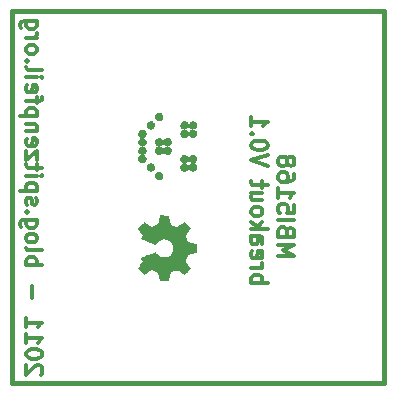
<source format=gbo>
G04 (created by PCBNEW-RS274X (2011-07-08)-stable) date Wed 05 Oct 2011 11:32:09 AM CEST*
G01*
G70*
G90*
%MOIN*%
G04 Gerber Fmt 3.4, Leading zero omitted, Abs format*
%FSLAX34Y34*%
G04 APERTURE LIST*
%ADD10C,0.006000*%
%ADD11C,0.012000*%
%ADD12C,0.015000*%
%ADD13C,0.000100*%
%ADD14C,0.060000*%
%ADD15R,0.055000X0.055000*%
%ADD16C,0.055000*%
G04 APERTURE END LIST*
G54D10*
G54D11*
X50577Y-25547D02*
X51127Y-25547D01*
X50735Y-25364D01*
X51127Y-25180D01*
X50577Y-25180D01*
X50865Y-24735D02*
X50839Y-24656D01*
X50813Y-24630D01*
X50761Y-24604D01*
X50682Y-24604D01*
X50630Y-24630D01*
X50604Y-24656D01*
X50577Y-24709D01*
X50577Y-24918D01*
X51127Y-24918D01*
X51127Y-24735D01*
X51101Y-24682D01*
X51075Y-24656D01*
X51023Y-24630D01*
X50970Y-24630D01*
X50918Y-24656D01*
X50892Y-24682D01*
X50865Y-24735D01*
X50865Y-24918D01*
X50577Y-24368D02*
X51127Y-24368D01*
X51127Y-23844D02*
X51127Y-24106D01*
X50865Y-24132D01*
X50892Y-24106D01*
X50918Y-24054D01*
X50918Y-23923D01*
X50892Y-23870D01*
X50865Y-23844D01*
X50813Y-23818D01*
X50682Y-23818D01*
X50630Y-23844D01*
X50604Y-23870D01*
X50577Y-23923D01*
X50577Y-24054D01*
X50604Y-24106D01*
X50630Y-24132D01*
X50577Y-23294D02*
X50577Y-23608D01*
X50577Y-23451D02*
X51127Y-23451D01*
X51049Y-23503D01*
X50996Y-23556D01*
X50970Y-23608D01*
X51127Y-22822D02*
X51127Y-22927D01*
X51101Y-22979D01*
X51075Y-23006D01*
X50996Y-23058D01*
X50892Y-23084D01*
X50682Y-23084D01*
X50630Y-23058D01*
X50604Y-23032D01*
X50577Y-22979D01*
X50577Y-22875D01*
X50604Y-22822D01*
X50630Y-22796D01*
X50682Y-22770D01*
X50813Y-22770D01*
X50865Y-22796D01*
X50892Y-22822D01*
X50918Y-22875D01*
X50918Y-22979D01*
X50892Y-23032D01*
X50865Y-23058D01*
X50813Y-23084D01*
X50892Y-22455D02*
X50918Y-22508D01*
X50944Y-22534D01*
X50996Y-22560D01*
X51023Y-22560D01*
X51075Y-22534D01*
X51101Y-22508D01*
X51127Y-22455D01*
X51127Y-22351D01*
X51101Y-22298D01*
X51075Y-22272D01*
X51023Y-22246D01*
X50996Y-22246D01*
X50944Y-22272D01*
X50918Y-22298D01*
X50892Y-22351D01*
X50892Y-22455D01*
X50865Y-22508D01*
X50839Y-22534D01*
X50787Y-22560D01*
X50682Y-22560D01*
X50630Y-22534D01*
X50604Y-22508D01*
X50577Y-22455D01*
X50577Y-22351D01*
X50604Y-22298D01*
X50630Y-22272D01*
X50682Y-22246D01*
X50787Y-22246D01*
X50839Y-22272D01*
X50865Y-22298D01*
X50892Y-22351D01*
X49687Y-26450D02*
X50237Y-26450D01*
X50028Y-26450D02*
X50054Y-26398D01*
X50054Y-26293D01*
X50028Y-26241D01*
X50002Y-26214D01*
X49949Y-26188D01*
X49792Y-26188D01*
X49740Y-26214D01*
X49714Y-26241D01*
X49687Y-26293D01*
X49687Y-26398D01*
X49714Y-26450D01*
X49687Y-25952D02*
X50054Y-25952D01*
X49949Y-25952D02*
X50002Y-25926D01*
X50028Y-25900D01*
X50054Y-25847D01*
X50054Y-25795D01*
X49714Y-25403D02*
X49687Y-25455D01*
X49687Y-25560D01*
X49714Y-25612D01*
X49766Y-25638D01*
X49975Y-25638D01*
X50028Y-25612D01*
X50054Y-25560D01*
X50054Y-25455D01*
X50028Y-25403D01*
X49975Y-25376D01*
X49923Y-25376D01*
X49871Y-25638D01*
X49687Y-24905D02*
X49975Y-24905D01*
X50028Y-24932D01*
X50054Y-24984D01*
X50054Y-25089D01*
X50028Y-25141D01*
X49714Y-24905D02*
X49687Y-24958D01*
X49687Y-25089D01*
X49714Y-25141D01*
X49766Y-25167D01*
X49818Y-25167D01*
X49871Y-25141D01*
X49897Y-25089D01*
X49897Y-24958D01*
X49923Y-24905D01*
X49687Y-24643D02*
X50237Y-24643D01*
X49897Y-24591D02*
X49687Y-24434D01*
X50054Y-24434D02*
X49845Y-24643D01*
X49687Y-24119D02*
X49714Y-24172D01*
X49740Y-24198D01*
X49792Y-24224D01*
X49949Y-24224D01*
X50002Y-24198D01*
X50028Y-24172D01*
X50054Y-24119D01*
X50054Y-24041D01*
X50028Y-23989D01*
X50002Y-23962D01*
X49949Y-23936D01*
X49792Y-23936D01*
X49740Y-23962D01*
X49714Y-23989D01*
X49687Y-24041D01*
X49687Y-24119D01*
X50054Y-23464D02*
X49687Y-23464D01*
X50054Y-23700D02*
X49766Y-23700D01*
X49714Y-23674D01*
X49687Y-23621D01*
X49687Y-23543D01*
X49714Y-23491D01*
X49740Y-23464D01*
X50054Y-23281D02*
X50054Y-23071D01*
X50237Y-23202D02*
X49766Y-23202D01*
X49714Y-23176D01*
X49687Y-23123D01*
X49687Y-23071D01*
X50237Y-22548D02*
X49687Y-22364D01*
X50237Y-22181D01*
X50237Y-21893D02*
X50237Y-21841D01*
X50211Y-21789D01*
X50185Y-21762D01*
X50133Y-21736D01*
X50028Y-21710D01*
X49897Y-21710D01*
X49792Y-21736D01*
X49740Y-21762D01*
X49714Y-21789D01*
X49687Y-21841D01*
X49687Y-21893D01*
X49714Y-21946D01*
X49740Y-21972D01*
X49792Y-21998D01*
X49897Y-22024D01*
X50028Y-22024D01*
X50133Y-21998D01*
X50185Y-21972D01*
X50211Y-21946D01*
X50237Y-21893D01*
X49740Y-21474D02*
X49714Y-21448D01*
X49687Y-21474D01*
X49714Y-21500D01*
X49740Y-21474D01*
X49687Y-21474D01*
X49687Y-20924D02*
X49687Y-21238D01*
X49687Y-21081D02*
X50237Y-21081D01*
X50159Y-21133D01*
X50106Y-21186D01*
X50080Y-21238D01*
X42675Y-29506D02*
X42701Y-29480D01*
X42727Y-29428D01*
X42727Y-29297D01*
X42701Y-29244D01*
X42675Y-29218D01*
X42623Y-29192D01*
X42570Y-29192D01*
X42492Y-29218D01*
X42177Y-29532D01*
X42177Y-29192D01*
X42727Y-28851D02*
X42727Y-28799D01*
X42701Y-28747D01*
X42675Y-28720D01*
X42623Y-28694D01*
X42518Y-28668D01*
X42387Y-28668D01*
X42282Y-28694D01*
X42230Y-28720D01*
X42204Y-28747D01*
X42177Y-28799D01*
X42177Y-28851D01*
X42204Y-28904D01*
X42230Y-28930D01*
X42282Y-28956D01*
X42387Y-28982D01*
X42518Y-28982D01*
X42623Y-28956D01*
X42675Y-28930D01*
X42701Y-28904D01*
X42727Y-28851D01*
X42177Y-28144D02*
X42177Y-28458D01*
X42177Y-28301D02*
X42727Y-28301D01*
X42649Y-28353D01*
X42596Y-28406D01*
X42570Y-28458D01*
X42177Y-27620D02*
X42177Y-27934D01*
X42177Y-27777D02*
X42727Y-27777D01*
X42649Y-27829D01*
X42596Y-27882D01*
X42570Y-27934D01*
X42387Y-26965D02*
X42387Y-26546D01*
X42177Y-25865D02*
X42727Y-25865D01*
X42518Y-25865D02*
X42544Y-25813D01*
X42544Y-25708D01*
X42518Y-25656D01*
X42492Y-25629D01*
X42439Y-25603D01*
X42282Y-25603D01*
X42230Y-25629D01*
X42204Y-25656D01*
X42177Y-25708D01*
X42177Y-25813D01*
X42204Y-25865D01*
X42177Y-25288D02*
X42204Y-25341D01*
X42256Y-25367D01*
X42727Y-25367D01*
X42177Y-25000D02*
X42204Y-25053D01*
X42230Y-25079D01*
X42282Y-25105D01*
X42439Y-25105D01*
X42492Y-25079D01*
X42518Y-25053D01*
X42544Y-25000D01*
X42544Y-24922D01*
X42518Y-24870D01*
X42492Y-24843D01*
X42439Y-24817D01*
X42282Y-24817D01*
X42230Y-24843D01*
X42204Y-24870D01*
X42177Y-24922D01*
X42177Y-25000D01*
X42544Y-24345D02*
X42099Y-24345D01*
X42046Y-24372D01*
X42020Y-24398D01*
X41994Y-24450D01*
X41994Y-24529D01*
X42020Y-24581D01*
X42204Y-24345D02*
X42177Y-24398D01*
X42177Y-24502D01*
X42204Y-24555D01*
X42230Y-24581D01*
X42282Y-24607D01*
X42439Y-24607D01*
X42492Y-24581D01*
X42518Y-24555D01*
X42544Y-24502D01*
X42544Y-24398D01*
X42518Y-24345D01*
X42230Y-24083D02*
X42204Y-24057D01*
X42177Y-24083D01*
X42204Y-24109D01*
X42230Y-24083D01*
X42177Y-24083D01*
X42204Y-23847D02*
X42177Y-23795D01*
X42177Y-23690D01*
X42204Y-23638D01*
X42256Y-23612D01*
X42282Y-23612D01*
X42335Y-23638D01*
X42361Y-23690D01*
X42361Y-23769D01*
X42387Y-23821D01*
X42439Y-23847D01*
X42465Y-23847D01*
X42518Y-23821D01*
X42544Y-23769D01*
X42544Y-23690D01*
X42518Y-23638D01*
X42544Y-23376D02*
X41994Y-23376D01*
X42518Y-23376D02*
X42544Y-23324D01*
X42544Y-23219D01*
X42518Y-23167D01*
X42492Y-23140D01*
X42439Y-23114D01*
X42282Y-23114D01*
X42230Y-23140D01*
X42204Y-23167D01*
X42177Y-23219D01*
X42177Y-23324D01*
X42204Y-23376D01*
X42177Y-22878D02*
X42544Y-22878D01*
X42727Y-22878D02*
X42701Y-22904D01*
X42675Y-22878D01*
X42701Y-22852D01*
X42727Y-22878D01*
X42675Y-22878D01*
X42544Y-22695D02*
X42544Y-22485D01*
X42727Y-22616D02*
X42256Y-22616D01*
X42204Y-22590D01*
X42177Y-22537D01*
X42177Y-22485D01*
X42544Y-22354D02*
X42544Y-22066D01*
X42177Y-22354D01*
X42177Y-22066D01*
X42204Y-21648D02*
X42177Y-21700D01*
X42177Y-21805D01*
X42204Y-21857D01*
X42256Y-21883D01*
X42465Y-21883D01*
X42518Y-21857D01*
X42544Y-21805D01*
X42544Y-21700D01*
X42518Y-21648D01*
X42465Y-21621D01*
X42413Y-21621D01*
X42361Y-21883D01*
X42544Y-21386D02*
X42177Y-21386D01*
X42492Y-21386D02*
X42518Y-21360D01*
X42544Y-21307D01*
X42544Y-21229D01*
X42518Y-21177D01*
X42465Y-21150D01*
X42177Y-21150D01*
X42544Y-20888D02*
X41994Y-20888D01*
X42518Y-20888D02*
X42544Y-20836D01*
X42544Y-20731D01*
X42518Y-20679D01*
X42492Y-20652D01*
X42439Y-20626D01*
X42282Y-20626D01*
X42230Y-20652D01*
X42204Y-20679D01*
X42177Y-20731D01*
X42177Y-20836D01*
X42204Y-20888D01*
X42544Y-20469D02*
X42544Y-20259D01*
X42177Y-20390D02*
X42649Y-20390D01*
X42701Y-20364D01*
X42727Y-20311D01*
X42727Y-20259D01*
X42204Y-19867D02*
X42177Y-19919D01*
X42177Y-20024D01*
X42204Y-20076D01*
X42256Y-20102D01*
X42465Y-20102D01*
X42518Y-20076D01*
X42544Y-20024D01*
X42544Y-19919D01*
X42518Y-19867D01*
X42465Y-19840D01*
X42413Y-19840D01*
X42361Y-20102D01*
X42177Y-19605D02*
X42544Y-19605D01*
X42727Y-19605D02*
X42701Y-19631D01*
X42675Y-19605D01*
X42701Y-19579D01*
X42727Y-19605D01*
X42675Y-19605D01*
X42177Y-19264D02*
X42204Y-19317D01*
X42256Y-19343D01*
X42727Y-19343D01*
X42230Y-19055D02*
X42204Y-19029D01*
X42177Y-19055D01*
X42204Y-19081D01*
X42230Y-19055D01*
X42177Y-19055D01*
X42177Y-18714D02*
X42204Y-18767D01*
X42230Y-18793D01*
X42282Y-18819D01*
X42439Y-18819D01*
X42492Y-18793D01*
X42518Y-18767D01*
X42544Y-18714D01*
X42544Y-18636D01*
X42518Y-18584D01*
X42492Y-18557D01*
X42439Y-18531D01*
X42282Y-18531D01*
X42230Y-18557D01*
X42204Y-18584D01*
X42177Y-18636D01*
X42177Y-18714D01*
X42177Y-18295D02*
X42544Y-18295D01*
X42439Y-18295D02*
X42492Y-18269D01*
X42518Y-18243D01*
X42544Y-18190D01*
X42544Y-18138D01*
X42544Y-17719D02*
X42099Y-17719D01*
X42046Y-17746D01*
X42020Y-17772D01*
X41994Y-17824D01*
X41994Y-17903D01*
X42020Y-17955D01*
X42204Y-17719D02*
X42177Y-17772D01*
X42177Y-17876D01*
X42204Y-17929D01*
X42230Y-17955D01*
X42282Y-17981D01*
X42439Y-17981D01*
X42492Y-17955D01*
X42518Y-17929D01*
X42544Y-17876D01*
X42544Y-17772D01*
X42518Y-17719D01*
G54D12*
X54100Y-17400D02*
X41700Y-17400D01*
X54100Y-29800D02*
X54100Y-17400D01*
X41700Y-29800D02*
X54100Y-29800D01*
X41700Y-17400D02*
X41700Y-29800D01*
G54D13*
G36*
X45916Y-24636D02*
X45922Y-24648D01*
X45938Y-24673D01*
X45962Y-24710D01*
X45991Y-24753D01*
X46021Y-24797D01*
X46045Y-24832D01*
X46061Y-24857D01*
X46066Y-24868D01*
X46064Y-24873D01*
X46054Y-24894D01*
X46039Y-24924D01*
X46030Y-24941D01*
X46018Y-24969D01*
X46016Y-24982D01*
X46019Y-24985D01*
X46040Y-24995D01*
X46076Y-25010D01*
X46124Y-25031D01*
X46179Y-25055D01*
X46239Y-25080D01*
X46300Y-25106D01*
X46359Y-25130D01*
X46411Y-25151D01*
X46454Y-25168D01*
X46483Y-25180D01*
X46496Y-25184D01*
X46499Y-25183D01*
X46512Y-25169D01*
X46530Y-25145D01*
X46572Y-25093D01*
X46636Y-25042D01*
X46709Y-25011D01*
X46789Y-25000D01*
X46864Y-25009D01*
X46936Y-25039D01*
X47000Y-25089D01*
X47048Y-25149D01*
X47079Y-25220D01*
X47088Y-25300D01*
X47080Y-25376D01*
X47051Y-25449D01*
X47002Y-25514D01*
X46970Y-25541D01*
X46905Y-25579D01*
X46835Y-25600D01*
X46817Y-25603D01*
X46740Y-25599D01*
X46667Y-25577D01*
X46601Y-25536D01*
X46547Y-25480D01*
X46541Y-25473D01*
X46522Y-25446D01*
X46508Y-25429D01*
X46497Y-25415D01*
X46261Y-25513D01*
X46224Y-25529D01*
X46159Y-25556D01*
X46104Y-25579D01*
X46060Y-25598D01*
X46030Y-25611D01*
X46018Y-25617D01*
X46018Y-25618D01*
X46016Y-25626D01*
X46023Y-25644D01*
X46039Y-25677D01*
X46050Y-25699D01*
X46062Y-25724D01*
X46066Y-25735D01*
X46061Y-25745D01*
X46046Y-25769D01*
X46022Y-25804D01*
X45993Y-25846D01*
X45966Y-25886D01*
X45942Y-25923D01*
X45925Y-25950D01*
X45918Y-25963D01*
X45918Y-25965D01*
X45924Y-25977D01*
X45942Y-25998D01*
X45972Y-26030D01*
X46017Y-26076D01*
X46024Y-26083D01*
X46062Y-26120D01*
X46094Y-26150D01*
X46116Y-26171D01*
X46127Y-26178D01*
X46127Y-26178D01*
X46140Y-26171D01*
X46166Y-26154D01*
X46204Y-26130D01*
X46248Y-26100D01*
X46361Y-26022D01*
X46468Y-26065D01*
X46501Y-26078D01*
X46541Y-26095D01*
X46569Y-26107D01*
X46582Y-26113D01*
X46586Y-26125D01*
X46593Y-26154D01*
X46602Y-26197D01*
X46611Y-26248D01*
X46620Y-26296D01*
X46628Y-26339D01*
X46634Y-26371D01*
X46637Y-26385D01*
X46639Y-26389D01*
X46646Y-26391D01*
X46661Y-26393D01*
X46687Y-26394D01*
X46729Y-26395D01*
X46789Y-26395D01*
X46796Y-26395D01*
X46854Y-26394D01*
X46899Y-26393D01*
X46929Y-26392D01*
X46941Y-26390D01*
X46941Y-26390D01*
X46944Y-26376D01*
X46951Y-26345D01*
X46959Y-26302D01*
X46969Y-26250D01*
X46970Y-26246D01*
X46980Y-26195D01*
X46989Y-26151D01*
X46996Y-26121D01*
X47000Y-26108D01*
X47004Y-26105D01*
X47024Y-26095D01*
X47056Y-26080D01*
X47095Y-26063D01*
X47136Y-26046D01*
X47172Y-26031D01*
X47200Y-26021D01*
X47212Y-26018D01*
X47212Y-26019D01*
X47225Y-26026D01*
X47252Y-26044D01*
X47289Y-26069D01*
X47333Y-26100D01*
X47336Y-26102D01*
X47380Y-26132D01*
X47417Y-26156D01*
X47444Y-26172D01*
X47456Y-26178D01*
X47456Y-26178D01*
X47469Y-26168D01*
X47494Y-26146D01*
X47528Y-26114D01*
X47566Y-26075D01*
X47578Y-26063D01*
X47620Y-26021D01*
X47647Y-25991D01*
X47662Y-25973D01*
X47665Y-25964D01*
X47665Y-25963D01*
X47657Y-25950D01*
X47639Y-25923D01*
X47613Y-25885D01*
X47583Y-25841D01*
X47581Y-25838D01*
X47551Y-25794D01*
X47526Y-25757D01*
X47509Y-25731D01*
X47502Y-25720D01*
X47502Y-25718D01*
X47508Y-25700D01*
X47519Y-25669D01*
X47533Y-25631D01*
X47550Y-25590D01*
X47565Y-25554D01*
X47578Y-25526D01*
X47585Y-25513D01*
X47586Y-25513D01*
X47601Y-25508D01*
X47634Y-25500D01*
X47679Y-25491D01*
X47733Y-25481D01*
X47742Y-25479D01*
X47794Y-25469D01*
X47837Y-25461D01*
X47867Y-25455D01*
X47879Y-25452D01*
X47881Y-25444D01*
X47883Y-25419D01*
X47884Y-25380D01*
X47884Y-25333D01*
X47884Y-25284D01*
X47883Y-25235D01*
X47881Y-25194D01*
X47879Y-25164D01*
X47877Y-25152D01*
X47876Y-25152D01*
X47860Y-25147D01*
X47827Y-25140D01*
X47782Y-25131D01*
X47728Y-25120D01*
X47718Y-25118D01*
X47666Y-25109D01*
X47624Y-25100D01*
X47594Y-25094D01*
X47583Y-25090D01*
X47580Y-25086D01*
X47571Y-25064D01*
X47556Y-25029D01*
X47539Y-24986D01*
X47498Y-24886D01*
X47583Y-24763D01*
X47590Y-24751D01*
X47620Y-24707D01*
X47645Y-24671D01*
X47661Y-24646D01*
X47667Y-24635D01*
X47666Y-24634D01*
X47656Y-24622D01*
X47633Y-24598D01*
X47600Y-24564D01*
X47562Y-24526D01*
X47533Y-24497D01*
X47499Y-24463D01*
X47476Y-24442D01*
X47461Y-24430D01*
X47452Y-24426D01*
X47446Y-24427D01*
X47433Y-24435D01*
X47406Y-24453D01*
X47369Y-24478D01*
X47325Y-24508D01*
X47289Y-24533D01*
X47248Y-24559D01*
X47218Y-24577D01*
X47204Y-24583D01*
X47198Y-24581D01*
X47174Y-24573D01*
X47137Y-24558D01*
X47094Y-24540D01*
X46997Y-24497D01*
X46984Y-24433D01*
X46977Y-24394D01*
X46967Y-24340D01*
X46957Y-24289D01*
X46941Y-24208D01*
X46645Y-24205D01*
X46639Y-24217D01*
X46636Y-24229D01*
X46629Y-24259D01*
X46621Y-24302D01*
X46611Y-24352D01*
X46603Y-24395D01*
X46595Y-24439D01*
X46589Y-24470D01*
X46586Y-24484D01*
X46582Y-24487D01*
X46561Y-24498D01*
X46527Y-24513D01*
X46487Y-24530D01*
X46446Y-24548D01*
X46407Y-24563D01*
X46378Y-24574D01*
X46363Y-24578D01*
X46352Y-24572D01*
X46326Y-24555D01*
X46290Y-24531D01*
X46247Y-24502D01*
X46204Y-24473D01*
X46167Y-24448D01*
X46141Y-24431D01*
X46129Y-24423D01*
X46120Y-24427D01*
X46100Y-24444D01*
X46066Y-24477D01*
X46018Y-24525D01*
X46011Y-24533D01*
X45974Y-24571D01*
X45944Y-24604D01*
X45924Y-24626D01*
X45916Y-24636D01*
X45916Y-24636D01*
G37*
G36*
X45917Y-22324D02*
X45921Y-22352D01*
X45930Y-22379D01*
X45936Y-22390D01*
X45952Y-22414D01*
X45973Y-22433D01*
X45997Y-22447D01*
X46022Y-22457D01*
X46050Y-22461D01*
X46077Y-22460D01*
X46105Y-22453D01*
X46131Y-22441D01*
X46143Y-22433D01*
X46156Y-22421D01*
X46168Y-22408D01*
X46177Y-22396D01*
X46179Y-22392D01*
X46190Y-22368D01*
X46196Y-22343D01*
X46197Y-22315D01*
X46197Y-22306D01*
X46195Y-22290D01*
X46191Y-22276D01*
X46185Y-22262D01*
X46176Y-22246D01*
X46158Y-22223D01*
X46136Y-22204D01*
X46110Y-22190D01*
X46098Y-22186D01*
X46084Y-22183D01*
X46073Y-22181D01*
X46072Y-22181D01*
X46071Y-22180D01*
X46077Y-22179D01*
X46078Y-22179D01*
X46096Y-22175D01*
X46115Y-22168D01*
X46131Y-22160D01*
X46152Y-22144D01*
X46171Y-22123D01*
X46186Y-22098D01*
X46195Y-22070D01*
X46198Y-22041D01*
X46198Y-22033D01*
X46195Y-22011D01*
X46189Y-21990D01*
X46187Y-21985D01*
X46174Y-21962D01*
X46157Y-21941D01*
X46136Y-21923D01*
X46112Y-21910D01*
X46087Y-21903D01*
X46086Y-21902D01*
X46079Y-21901D01*
X46076Y-21900D01*
X46076Y-21900D01*
X46080Y-21899D01*
X46087Y-21897D01*
X46090Y-21897D01*
X46114Y-21889D01*
X46138Y-21875D01*
X46159Y-21857D01*
X46173Y-21840D01*
X46187Y-21816D01*
X46195Y-21789D01*
X46198Y-21759D01*
X46196Y-21738D01*
X46189Y-21710D01*
X46177Y-21685D01*
X46159Y-21662D01*
X46136Y-21644D01*
X46133Y-21642D01*
X46123Y-21635D01*
X46114Y-21631D01*
X46107Y-21629D01*
X46095Y-21625D01*
X46083Y-21622D01*
X46073Y-21620D01*
X46072Y-21620D01*
X46072Y-21620D01*
X46078Y-21619D01*
X46093Y-21615D01*
X46112Y-21608D01*
X46129Y-21600D01*
X46152Y-21583D01*
X46171Y-21562D01*
X46186Y-21537D01*
X46195Y-21509D01*
X46198Y-21480D01*
X46196Y-21454D01*
X46188Y-21426D01*
X46175Y-21401D01*
X46155Y-21379D01*
X46143Y-21368D01*
X46127Y-21357D01*
X46110Y-21349D01*
X46095Y-21344D01*
X46067Y-21339D01*
X46039Y-21340D01*
X46013Y-21346D01*
X45989Y-21357D01*
X45967Y-21372D01*
X45948Y-21391D01*
X45933Y-21414D01*
X45923Y-21440D01*
X45918Y-21468D01*
X45918Y-21471D01*
X45919Y-21500D01*
X45925Y-21526D01*
X45938Y-21552D01*
X45944Y-21561D01*
X45960Y-21580D01*
X45980Y-21596D01*
X46001Y-21608D01*
X46009Y-21611D01*
X46021Y-21615D01*
X46033Y-21618D01*
X46043Y-21619D01*
X46048Y-21619D01*
X46043Y-21620D01*
X46039Y-21621D01*
X46026Y-21623D01*
X46012Y-21627D01*
X46000Y-21632D01*
X45987Y-21638D01*
X45964Y-21656D01*
X45945Y-21677D01*
X45930Y-21702D01*
X45920Y-21730D01*
X45919Y-21735D01*
X45918Y-21754D01*
X45918Y-21774D01*
X45921Y-21793D01*
X45927Y-21811D01*
X45941Y-21838D01*
X45960Y-21861D01*
X45961Y-21862D01*
X45982Y-21878D01*
X46005Y-21890D01*
X46029Y-21898D01*
X46030Y-21898D01*
X46037Y-21899D01*
X46039Y-21900D01*
X46037Y-21901D01*
X46031Y-21902D01*
X46029Y-21902D01*
X46015Y-21906D01*
X45999Y-21912D01*
X45984Y-21920D01*
X45967Y-21933D01*
X45947Y-21954D01*
X45931Y-21979D01*
X45921Y-22007D01*
X45920Y-22012D01*
X45918Y-22031D01*
X45918Y-22051D01*
X45920Y-22069D01*
X45925Y-22085D01*
X45937Y-22111D01*
X45954Y-22134D01*
X45975Y-22154D01*
X46000Y-22168D01*
X46008Y-22171D01*
X46021Y-22175D01*
X46033Y-22178D01*
X46043Y-22180D01*
X46044Y-22180D01*
X46044Y-22180D01*
X46039Y-22181D01*
X46038Y-22181D01*
X46020Y-22186D01*
X46001Y-22193D01*
X45985Y-22201D01*
X45979Y-22205D01*
X45958Y-22223D01*
X45940Y-22245D01*
X45927Y-22269D01*
X45920Y-22296D01*
X45917Y-22324D01*
X45917Y-22324D01*
G37*
G36*
X46198Y-21189D02*
X46199Y-21206D01*
X46200Y-21223D01*
X46205Y-21241D01*
X46217Y-21268D01*
X46233Y-21291D01*
X46254Y-21311D01*
X46279Y-21325D01*
X46305Y-21335D01*
X46334Y-21339D01*
X46362Y-21337D01*
X46389Y-21329D01*
X46414Y-21317D01*
X46437Y-21299D01*
X46455Y-21276D01*
X46460Y-21269D01*
X46472Y-21242D01*
X46479Y-21214D01*
X46479Y-21185D01*
X46473Y-21156D01*
X46463Y-21133D01*
X46447Y-21109D01*
X46426Y-21088D01*
X46401Y-21072D01*
X46373Y-21062D01*
X46359Y-21059D01*
X46341Y-21058D01*
X46323Y-21059D01*
X46308Y-21061D01*
X46302Y-21062D01*
X46274Y-21073D01*
X46249Y-21090D01*
X46229Y-21111D01*
X46212Y-21137D01*
X46207Y-21149D01*
X46202Y-21165D01*
X46199Y-21180D01*
X46198Y-21189D01*
X46198Y-21189D01*
G37*
G36*
X46198Y-22605D02*
X46202Y-22634D01*
X46212Y-22662D01*
X46228Y-22688D01*
X46232Y-22693D01*
X46252Y-22713D01*
X46277Y-22728D01*
X46304Y-22738D01*
X46319Y-22741D01*
X46337Y-22742D01*
X46355Y-22741D01*
X46370Y-22739D01*
X46376Y-22737D01*
X46404Y-22726D01*
X46428Y-22710D01*
X46448Y-22690D01*
X46464Y-22666D01*
X46474Y-22639D01*
X46479Y-22609D01*
X46479Y-22599D01*
X46476Y-22570D01*
X46467Y-22544D01*
X46453Y-22520D01*
X46435Y-22500D01*
X46413Y-22483D01*
X46389Y-22471D01*
X46362Y-22463D01*
X46332Y-22462D01*
X46315Y-22463D01*
X46300Y-22467D01*
X46283Y-22473D01*
X46262Y-22484D01*
X46240Y-22502D01*
X46222Y-22524D01*
X46208Y-22549D01*
X46200Y-22576D01*
X46198Y-22605D01*
X46198Y-22605D01*
G37*
G36*
X46480Y-20910D02*
X46480Y-20929D01*
X46482Y-20947D01*
X46488Y-20967D01*
X46501Y-20993D01*
X46520Y-21016D01*
X46538Y-21031D01*
X46562Y-21046D01*
X46589Y-21055D01*
X46601Y-21057D01*
X46617Y-21058D01*
X46634Y-21057D01*
X46649Y-21055D01*
X46657Y-21053D01*
X46685Y-21042D01*
X46709Y-21026D01*
X46730Y-21005D01*
X46745Y-20979D01*
X46750Y-20970D01*
X46756Y-20952D01*
X46759Y-20934D01*
X46759Y-20912D01*
X46758Y-20899D01*
X46756Y-20884D01*
X46752Y-20870D01*
X46745Y-20855D01*
X46741Y-20846D01*
X46723Y-20822D01*
X46701Y-20803D01*
X46676Y-20788D01*
X46647Y-20779D01*
X46641Y-20778D01*
X46624Y-20777D01*
X46607Y-20778D01*
X46592Y-20779D01*
X46582Y-20782D01*
X46554Y-20793D01*
X46530Y-20809D01*
X46510Y-20829D01*
X46494Y-20854D01*
X46483Y-20883D01*
X46482Y-20891D01*
X46480Y-20910D01*
X46480Y-20910D01*
G37*
G36*
X46479Y-22036D02*
X46481Y-22065D01*
X46489Y-22091D01*
X46496Y-22107D01*
X46513Y-22131D01*
X46534Y-22151D01*
X46558Y-22166D01*
X46586Y-22176D01*
X46591Y-22177D01*
X46614Y-22181D01*
X46636Y-22180D01*
X46660Y-22174D01*
X46688Y-22163D01*
X46711Y-22146D01*
X46731Y-22125D01*
X46746Y-22100D01*
X46756Y-22072D01*
X46761Y-22054D01*
X46762Y-22063D01*
X46762Y-22066D01*
X46768Y-22086D01*
X46777Y-22107D01*
X46790Y-22126D01*
X46792Y-22129D01*
X46813Y-22150D01*
X46836Y-22165D01*
X46862Y-22175D01*
X46890Y-22180D01*
X46917Y-22179D01*
X46945Y-22173D01*
X46971Y-22161D01*
X46972Y-22160D01*
X46995Y-22143D01*
X47014Y-22122D01*
X47027Y-22098D01*
X47036Y-22072D01*
X47040Y-22045D01*
X47038Y-22018D01*
X47031Y-21992D01*
X47019Y-21966D01*
X47002Y-21943D01*
X46988Y-21931D01*
X46968Y-21917D01*
X46946Y-21907D01*
X46925Y-21902D01*
X46920Y-21901D01*
X46917Y-21900D01*
X46919Y-21899D01*
X46925Y-21898D01*
X46944Y-21894D01*
X46964Y-21885D01*
X46983Y-21873D01*
X46992Y-21866D01*
X47011Y-21845D01*
X47026Y-21821D01*
X47036Y-21794D01*
X47040Y-21765D01*
X47038Y-21736D01*
X47034Y-21719D01*
X47022Y-21692D01*
X47006Y-21669D01*
X46985Y-21649D01*
X46961Y-21634D01*
X46933Y-21624D01*
X46919Y-21621D01*
X46891Y-21620D01*
X46863Y-21625D01*
X46836Y-21635D01*
X46813Y-21651D01*
X46792Y-21671D01*
X46776Y-21696D01*
X46771Y-21707D01*
X46766Y-21720D01*
X46763Y-21732D01*
X46761Y-21741D01*
X46761Y-21742D01*
X46760Y-21742D01*
X46759Y-21736D01*
X46755Y-21722D01*
X46748Y-21703D01*
X46740Y-21687D01*
X46734Y-21678D01*
X46717Y-21660D01*
X46697Y-21643D01*
X46676Y-21631D01*
X46653Y-21624D01*
X46628Y-21620D01*
X46603Y-21620D01*
X46598Y-21621D01*
X46569Y-21629D01*
X46544Y-21642D01*
X46520Y-21661D01*
X46507Y-21677D01*
X46491Y-21702D01*
X46482Y-21730D01*
X46481Y-21741D01*
X46480Y-21756D01*
X46481Y-21772D01*
X46482Y-21787D01*
X46484Y-21798D01*
X46487Y-21807D01*
X46501Y-21835D01*
X46519Y-21858D01*
X46542Y-21877D01*
X46553Y-21884D01*
X46572Y-21892D01*
X46590Y-21898D01*
X46592Y-21898D01*
X46598Y-21899D01*
X46601Y-21900D01*
X46601Y-21900D01*
X46638Y-21900D01*
X46638Y-21900D01*
X46642Y-21899D01*
X46649Y-21898D01*
X46651Y-21897D01*
X46676Y-21889D01*
X46699Y-21875D01*
X46720Y-21857D01*
X46738Y-21836D01*
X46750Y-21812D01*
X46751Y-21811D01*
X46755Y-21798D01*
X46758Y-21787D01*
X46760Y-21774D01*
X46762Y-21786D01*
X46766Y-21803D01*
X46778Y-21828D01*
X46794Y-21851D01*
X46814Y-21870D01*
X46836Y-21885D01*
X46848Y-21891D01*
X46863Y-21896D01*
X46875Y-21898D01*
X46880Y-21899D01*
X46883Y-21900D01*
X46881Y-21901D01*
X46875Y-21902D01*
X46864Y-21904D01*
X46850Y-21909D01*
X46836Y-21915D01*
X46822Y-21923D01*
X46801Y-21941D01*
X46783Y-21963D01*
X46770Y-21988D01*
X46762Y-22014D01*
X46760Y-22027D01*
X46758Y-22014D01*
X46757Y-22012D01*
X46754Y-22000D01*
X46750Y-21988D01*
X46749Y-21985D01*
X46736Y-21962D01*
X46719Y-21941D01*
X46697Y-21923D01*
X46674Y-21910D01*
X46649Y-21903D01*
X46648Y-21902D01*
X46641Y-21901D01*
X46638Y-21900D01*
X46601Y-21900D01*
X46601Y-21900D01*
X46598Y-21901D01*
X46590Y-21902D01*
X46572Y-21907D01*
X46547Y-21919D01*
X46525Y-21936D01*
X46506Y-21957D01*
X46492Y-21982D01*
X46492Y-21982D01*
X46483Y-22008D01*
X46479Y-22036D01*
X46479Y-22036D01*
G37*
G36*
X46480Y-22872D02*
X46480Y-22895D01*
X46483Y-22916D01*
X46487Y-22929D01*
X46500Y-22956D01*
X46517Y-22979D01*
X46538Y-22997D01*
X46563Y-23011D01*
X46590Y-23020D01*
X46620Y-23023D01*
X46631Y-23023D01*
X46660Y-23017D01*
X46687Y-23006D01*
X46712Y-22989D01*
X46718Y-22984D01*
X46734Y-22964D01*
X46748Y-22940D01*
X46756Y-22915D01*
X46756Y-22915D01*
X46759Y-22894D01*
X46759Y-22871D01*
X46756Y-22850D01*
X46754Y-22842D01*
X46743Y-22816D01*
X46727Y-22792D01*
X46708Y-22773D01*
X46685Y-22758D01*
X46659Y-22748D01*
X46632Y-22743D01*
X46604Y-22743D01*
X46575Y-22749D01*
X46554Y-22759D01*
X46530Y-22775D01*
X46509Y-22796D01*
X46494Y-22820D01*
X46484Y-22847D01*
X46483Y-22851D01*
X46480Y-22872D01*
X46480Y-22872D01*
G37*
G36*
X47321Y-21484D02*
X47324Y-21511D01*
X47334Y-21538D01*
X47340Y-21551D01*
X47349Y-21564D01*
X47361Y-21577D01*
X47377Y-21591D01*
X47400Y-21606D01*
X47428Y-21616D01*
X47435Y-21617D01*
X47454Y-21619D01*
X47474Y-21619D01*
X47491Y-21617D01*
X47514Y-21609D01*
X47539Y-21596D01*
X47560Y-21579D01*
X47563Y-21576D01*
X47573Y-21563D01*
X47583Y-21548D01*
X47591Y-21534D01*
X47593Y-21529D01*
X47596Y-21518D01*
X47599Y-21506D01*
X47601Y-21498D01*
X47601Y-21493D01*
X47602Y-21498D01*
X47604Y-21505D01*
X47606Y-21514D01*
X47609Y-21524D01*
X47619Y-21545D01*
X47632Y-21566D01*
X47647Y-21583D01*
X47650Y-21585D01*
X47674Y-21602D01*
X47701Y-21614D01*
X47729Y-21619D01*
X47757Y-21619D01*
X47764Y-21618D01*
X47793Y-21610D01*
X47818Y-21597D01*
X47841Y-21578D01*
X47856Y-21561D01*
X47871Y-21537D01*
X47880Y-21509D01*
X47881Y-21504D01*
X47882Y-21485D01*
X47882Y-21465D01*
X47879Y-21447D01*
X47874Y-21431D01*
X47862Y-21405D01*
X47844Y-21383D01*
X47823Y-21364D01*
X47799Y-21350D01*
X47772Y-21342D01*
X47768Y-21341D01*
X47762Y-21339D01*
X47759Y-21338D01*
X47762Y-21337D01*
X47768Y-21337D01*
X47780Y-21334D01*
X47792Y-21329D01*
X47804Y-21324D01*
X47812Y-21320D01*
X47836Y-21303D01*
X47856Y-21281D01*
X47870Y-21257D01*
X47879Y-21229D01*
X47882Y-21199D01*
X47881Y-21176D01*
X47874Y-21149D01*
X47862Y-21124D01*
X47852Y-21110D01*
X47831Y-21090D01*
X47808Y-21074D01*
X47782Y-21063D01*
X47754Y-21058D01*
X47726Y-21059D01*
X47700Y-21065D01*
X47673Y-21076D01*
X47649Y-21093D01*
X47630Y-21114D01*
X47615Y-21140D01*
X47605Y-21169D01*
X47601Y-21184D01*
X47600Y-21175D01*
X47599Y-21169D01*
X47592Y-21147D01*
X47581Y-21125D01*
X47566Y-21104D01*
X47548Y-21088D01*
X47534Y-21078D01*
X47514Y-21068D01*
X47496Y-21062D01*
X47481Y-21059D01*
X47463Y-21058D01*
X47445Y-21059D01*
X47430Y-21061D01*
X47414Y-21066D01*
X47387Y-21079D01*
X47364Y-21097D01*
X47345Y-21119D01*
X47331Y-21145D01*
X47323Y-21175D01*
X47322Y-21182D01*
X47321Y-21199D01*
X47322Y-21217D01*
X47325Y-21233D01*
X47329Y-21245D01*
X47341Y-21271D01*
X47359Y-21294D01*
X47380Y-21313D01*
X47405Y-21327D01*
X47433Y-21336D01*
X47436Y-21337D01*
X47442Y-21338D01*
X47441Y-21339D01*
X47480Y-21339D01*
X47481Y-21338D01*
X47487Y-21336D01*
X47488Y-21336D01*
X47507Y-21331D01*
X47527Y-21322D01*
X47545Y-21311D01*
X47555Y-21302D01*
X47575Y-21281D01*
X47590Y-21255D01*
X47599Y-21227D01*
X47602Y-21213D01*
X47604Y-21223D01*
X47605Y-21231D01*
X47608Y-21240D01*
X47610Y-21246D01*
X47622Y-21271D01*
X47640Y-21294D01*
X47661Y-21313D01*
X47686Y-21327D01*
X47712Y-21336D01*
X47719Y-21337D01*
X47723Y-21339D01*
X47721Y-21340D01*
X47712Y-21342D01*
X47711Y-21342D01*
X47696Y-21346D01*
X47680Y-21353D01*
X47665Y-21362D01*
X47656Y-21369D01*
X47642Y-21382D01*
X47629Y-21396D01*
X47620Y-21409D01*
X47620Y-21410D01*
X47610Y-21432D01*
X47603Y-21455D01*
X47601Y-21464D01*
X47600Y-21453D01*
X47592Y-21428D01*
X47579Y-21403D01*
X47562Y-21381D01*
X47541Y-21363D01*
X47533Y-21358D01*
X47520Y-21352D01*
X47506Y-21346D01*
X47493Y-21342D01*
X47483Y-21340D01*
X47483Y-21340D01*
X47480Y-21339D01*
X47441Y-21339D01*
X47441Y-21340D01*
X47435Y-21341D01*
X47427Y-21343D01*
X47418Y-21345D01*
X47404Y-21351D01*
X47379Y-21365D01*
X47358Y-21383D01*
X47342Y-21405D01*
X47330Y-21430D01*
X47323Y-21456D01*
X47321Y-21484D01*
X47321Y-21484D01*
G37*
G36*
X47321Y-22328D02*
X47325Y-22356D01*
X47335Y-22382D01*
X47350Y-22406D01*
X47369Y-22426D01*
X47392Y-22443D01*
X47418Y-22455D01*
X47427Y-22457D01*
X47435Y-22459D01*
X47437Y-22459D01*
X47442Y-22461D01*
X47442Y-22461D01*
X47481Y-22461D01*
X47485Y-22460D01*
X47495Y-22457D01*
X47511Y-22452D01*
X47536Y-22440D01*
X47558Y-22423D01*
X47576Y-22401D01*
X47590Y-22376D01*
X47599Y-22349D01*
X47602Y-22336D01*
X47604Y-22345D01*
X47604Y-22346D01*
X47610Y-22369D01*
X47620Y-22391D01*
X47626Y-22400D01*
X47638Y-22414D01*
X47651Y-22427D01*
X47665Y-22438D01*
X47677Y-22445D01*
X47695Y-22453D01*
X47712Y-22458D01*
X47719Y-22460D01*
X47723Y-22461D01*
X47721Y-22462D01*
X47712Y-22464D01*
X47694Y-22470D01*
X47668Y-22482D01*
X47645Y-22501D01*
X47627Y-22522D01*
X47612Y-22548D01*
X47604Y-22577D01*
X47602Y-22587D01*
X47599Y-22573D01*
X47596Y-22560D01*
X47584Y-22533D01*
X47567Y-22509D01*
X47545Y-22489D01*
X47537Y-22483D01*
X47524Y-22476D01*
X47509Y-22470D01*
X47499Y-22466D01*
X47488Y-22464D01*
X47488Y-22464D01*
X47482Y-22462D01*
X47481Y-22461D01*
X47442Y-22461D01*
X47441Y-22462D01*
X47434Y-22464D01*
X47424Y-22466D01*
X47403Y-22474D01*
X47383Y-22485D01*
X47372Y-22493D01*
X47351Y-22514D01*
X47336Y-22539D01*
X47325Y-22567D01*
X47323Y-22580D01*
X47321Y-22599D01*
X47322Y-22619D01*
X47325Y-22636D01*
X47325Y-22638D01*
X47337Y-22666D01*
X47353Y-22691D01*
X47374Y-22712D01*
X47398Y-22727D01*
X47427Y-22738D01*
X47439Y-22741D01*
X47459Y-22742D01*
X47479Y-22741D01*
X47496Y-22738D01*
X47511Y-22733D01*
X47531Y-22723D01*
X47548Y-22712D01*
X47562Y-22699D01*
X47576Y-22682D01*
X47587Y-22664D01*
X47590Y-22657D01*
X47595Y-22644D01*
X47599Y-22631D01*
X47601Y-22621D01*
X47601Y-22620D01*
X47602Y-22623D01*
X47605Y-22631D01*
X47610Y-22648D01*
X47617Y-22666D01*
X47626Y-22681D01*
X47628Y-22684D01*
X47645Y-22703D01*
X47665Y-22719D01*
X47686Y-22731D01*
X47696Y-22735D01*
X47724Y-22741D01*
X47753Y-22742D01*
X47781Y-22737D01*
X47787Y-22735D01*
X47813Y-22723D01*
X47836Y-22706D01*
X47855Y-22684D01*
X47870Y-22659D01*
X47880Y-22632D01*
X47880Y-22628D01*
X47882Y-22608D01*
X47882Y-22588D01*
X47879Y-22569D01*
X47878Y-22565D01*
X47867Y-22537D01*
X47851Y-22512D01*
X47830Y-22492D01*
X47804Y-22476D01*
X47796Y-22472D01*
X47783Y-22467D01*
X47771Y-22464D01*
X47762Y-22463D01*
X47761Y-22463D01*
X47759Y-22462D01*
X47763Y-22460D01*
X47771Y-22458D01*
X47791Y-22453D01*
X47815Y-22441D01*
X47837Y-22424D01*
X47856Y-22403D01*
X47870Y-22379D01*
X47870Y-22378D01*
X47879Y-22352D01*
X47882Y-22324D01*
X47880Y-22296D01*
X47873Y-22269D01*
X47866Y-22254D01*
X47849Y-22230D01*
X47828Y-22210D01*
X47804Y-22194D01*
X47776Y-22185D01*
X47770Y-22183D01*
X47748Y-22180D01*
X47726Y-22181D01*
X47700Y-22187D01*
X47673Y-22199D01*
X47649Y-22215D01*
X47630Y-22237D01*
X47615Y-22262D01*
X47605Y-22291D01*
X47603Y-22297D01*
X47601Y-22302D01*
X47601Y-22302D01*
X47600Y-22293D01*
X47595Y-22277D01*
X47588Y-22260D01*
X47578Y-22244D01*
X47566Y-22228D01*
X47545Y-22208D01*
X47519Y-22193D01*
X47515Y-22191D01*
X47488Y-22183D01*
X47459Y-22180D01*
X47430Y-22184D01*
X47403Y-22193D01*
X47390Y-22199D01*
X47377Y-22208D01*
X47364Y-22220D01*
X47363Y-22221D01*
X47344Y-22244D01*
X47331Y-22269D01*
X47323Y-22297D01*
X47322Y-22300D01*
X47321Y-22328D01*
X47321Y-22328D01*
G37*
%LPC*%
G54D14*
X52100Y-22600D03*
X53100Y-23600D03*
X52100Y-24600D03*
G54D15*
X44300Y-20100D03*
G54D16*
X44300Y-21100D03*
X44300Y-22100D03*
X44300Y-23100D03*
X44300Y-24100D03*
X44300Y-25100D03*
X44300Y-26100D03*
X44300Y-27100D03*
G54D15*
X43300Y-20100D03*
G54D16*
X43300Y-21100D03*
X43300Y-22100D03*
X43300Y-23100D03*
X43300Y-24100D03*
X43300Y-25100D03*
X43300Y-26100D03*
X43300Y-27100D03*
G54D15*
X53300Y-20100D03*
G54D16*
X52300Y-20100D03*
X51300Y-20100D03*
X50300Y-20100D03*
X49300Y-20100D03*
X48300Y-20100D03*
X47300Y-20100D03*
X46300Y-20100D03*
G54D15*
X53300Y-27100D03*
G54D16*
X52300Y-27100D03*
X51300Y-27100D03*
X50300Y-27100D03*
X49300Y-27100D03*
X48300Y-27100D03*
X47300Y-27100D03*
X46300Y-27100D03*
M02*

</source>
